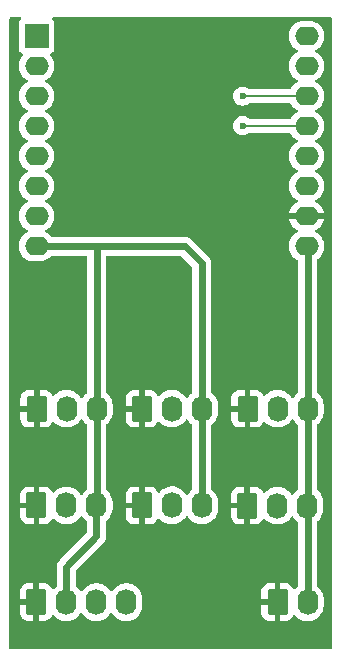
<source format=gbl>
G04 #@! TF.GenerationSoftware,KiCad,Pcbnew,8.0.4*
G04 #@! TF.CreationDate,2024-07-25T20:39:47+02:00*
G04 #@! TF.ProjectId,hmmctrl,686d6d63-7472-46c2-9e6b-696361645f70,rev?*
G04 #@! TF.SameCoordinates,Original*
G04 #@! TF.FileFunction,Copper,L2,Bot*
G04 #@! TF.FilePolarity,Positive*
%FSLAX46Y46*%
G04 Gerber Fmt 4.6, Leading zero omitted, Abs format (unit mm)*
G04 Created by KiCad (PCBNEW 8.0.4) date 2024-07-25 20:39:47*
%MOMM*%
%LPD*%
G01*
G04 APERTURE LIST*
G04 Aperture macros list*
%AMRoundRect*
0 Rectangle with rounded corners*
0 $1 Rounding radius*
0 $2 $3 $4 $5 $6 $7 $8 $9 X,Y pos of 4 corners*
0 Add a 4 corners polygon primitive as box body*
4,1,4,$2,$3,$4,$5,$6,$7,$8,$9,$2,$3,0*
0 Add four circle primitives for the rounded corners*
1,1,$1+$1,$2,$3*
1,1,$1+$1,$4,$5*
1,1,$1+$1,$6,$7*
1,1,$1+$1,$8,$9*
0 Add four rect primitives between the rounded corners*
20,1,$1+$1,$2,$3,$4,$5,0*
20,1,$1+$1,$4,$5,$6,$7,0*
20,1,$1+$1,$6,$7,$8,$9,0*
20,1,$1+$1,$8,$9,$2,$3,0*%
G04 Aperture macros list end*
G04 #@! TA.AperFunction,ComponentPad*
%ADD10RoundRect,0.250000X-0.620000X-0.845000X0.620000X-0.845000X0.620000X0.845000X-0.620000X0.845000X0*%
G04 #@! TD*
G04 #@! TA.AperFunction,ComponentPad*
%ADD11O,1.740000X2.190000*%
G04 #@! TD*
G04 #@! TA.AperFunction,ComponentPad*
%ADD12R,2.000000X2.000000*%
G04 #@! TD*
G04 #@! TA.AperFunction,ComponentPad*
%ADD13O,2.000000X1.600000*%
G04 #@! TD*
G04 #@! TA.AperFunction,ViaPad*
%ADD14C,0.600000*%
G04 #@! TD*
G04 #@! TA.AperFunction,Conductor*
%ADD15C,0.200000*%
G04 #@! TD*
G04 #@! TA.AperFunction,Conductor*
%ADD16C,0.600000*%
G04 #@! TD*
G04 APERTURE END LIST*
D10*
X90730000Y-86230000D03*
D11*
X93270000Y-86230000D03*
X95810000Y-86230000D03*
X98350000Y-86230000D03*
D10*
X90760000Y-69850000D03*
D11*
X93300000Y-69850000D03*
X95840000Y-69850000D03*
D10*
X99675000Y-78050000D03*
D11*
X102215000Y-78050000D03*
X104755000Y-78050000D03*
X95830000Y-78050000D03*
X93290000Y-78050000D03*
D10*
X90750000Y-78050000D03*
X108620000Y-69850000D03*
D11*
X111160000Y-69850000D03*
X113700000Y-69850000D03*
D10*
X99670000Y-69850000D03*
D11*
X102210000Y-69850000D03*
X104750000Y-69850000D03*
D10*
X111160000Y-86230000D03*
D11*
X113700000Y-86230000D03*
D10*
X108600000Y-78055000D03*
D11*
X111140000Y-78055000D03*
X113680000Y-78055000D03*
D12*
X90755000Y-38310000D03*
D13*
X90755000Y-40850000D03*
X90755000Y-43390000D03*
X90755000Y-45930000D03*
X90755000Y-48470000D03*
X90755000Y-51010000D03*
X90755000Y-53550000D03*
X90755000Y-56090000D03*
X113615000Y-56090000D03*
X113615000Y-53550000D03*
X113615000Y-51010000D03*
X113615000Y-48470000D03*
X113615000Y-45930000D03*
X113615000Y-43390000D03*
X113615000Y-40850000D03*
X113615000Y-38310000D03*
D14*
X108200000Y-43400000D03*
X108200000Y-45900000D03*
D15*
X108200000Y-43400000D02*
X113605000Y-43400000D01*
X113605000Y-43400000D02*
X113615000Y-43390000D01*
X108200000Y-45900000D02*
X113585000Y-45900000D01*
X113585000Y-45900000D02*
X113615000Y-45930000D01*
D16*
X95830000Y-78050000D02*
X95830000Y-80670000D01*
X95830000Y-80670000D02*
X93270000Y-83230000D01*
X93270000Y-83230000D02*
X93270000Y-86230000D01*
X104750000Y-69850000D02*
X104750000Y-69950000D01*
X104750000Y-69950000D02*
X104755000Y-69955000D01*
X104755000Y-69955000D02*
X104755000Y-78050000D01*
X95840000Y-69850000D02*
X95840000Y-78040000D01*
X95840000Y-78040000D02*
X95830000Y-78050000D01*
X90755000Y-56090000D02*
X95900000Y-56090000D01*
X95900000Y-56090000D02*
X103290000Y-56090000D01*
X95840000Y-69850000D02*
X95840000Y-56150000D01*
X95840000Y-56150000D02*
X95900000Y-56090000D01*
X103290000Y-56090000D02*
X104750000Y-57550000D01*
X104750000Y-57550000D02*
X104750000Y-69850000D01*
X113700000Y-86230000D02*
X113700000Y-56175000D01*
D15*
X113700000Y-56175000D02*
X113615000Y-56090000D01*
X102360000Y-77700000D02*
X102360000Y-77110000D01*
X102360000Y-77110000D02*
X102250000Y-77000000D01*
G04 #@! TA.AperFunction,Conductor*
G36*
X89429171Y-36719685D02*
G01*
X89474926Y-36772489D01*
X89484870Y-36841647D01*
X89455845Y-36905203D01*
X89436444Y-36923266D01*
X89397452Y-36952455D01*
X89311206Y-37067664D01*
X89311202Y-37067671D01*
X89260908Y-37202517D01*
X89254501Y-37262116D01*
X89254501Y-37262123D01*
X89254500Y-37262135D01*
X89254500Y-39357870D01*
X89254501Y-39357876D01*
X89260908Y-39417483D01*
X89311202Y-39552328D01*
X89311206Y-39552335D01*
X89397452Y-39667544D01*
X89397455Y-39667547D01*
X89512664Y-39753793D01*
X89512673Y-39753798D01*
X89549914Y-39767688D01*
X89605848Y-39809559D01*
X89630266Y-39875023D01*
X89615415Y-39943296D01*
X89594265Y-39971550D01*
X89563027Y-40002787D01*
X89442715Y-40168386D01*
X89349781Y-40350776D01*
X89286522Y-40545465D01*
X89254500Y-40747648D01*
X89254500Y-40952351D01*
X89286522Y-41154534D01*
X89349781Y-41349223D01*
X89442715Y-41531613D01*
X89563028Y-41697213D01*
X89707786Y-41841971D01*
X89862749Y-41954556D01*
X89873390Y-41962287D01*
X89964840Y-42008883D01*
X89966080Y-42009515D01*
X90016876Y-42057490D01*
X90033671Y-42125311D01*
X90011134Y-42191446D01*
X89966080Y-42230485D01*
X89873386Y-42277715D01*
X89707786Y-42398028D01*
X89563028Y-42542786D01*
X89442715Y-42708386D01*
X89349781Y-42890776D01*
X89286522Y-43085465D01*
X89254500Y-43287648D01*
X89254500Y-43492351D01*
X89286522Y-43694534D01*
X89349781Y-43889223D01*
X89442715Y-44071613D01*
X89563028Y-44237213D01*
X89707786Y-44381971D01*
X89862749Y-44494556D01*
X89873390Y-44502287D01*
X89964840Y-44548883D01*
X89966080Y-44549515D01*
X90016876Y-44597490D01*
X90033671Y-44665311D01*
X90011134Y-44731446D01*
X89966080Y-44770485D01*
X89873386Y-44817715D01*
X89707786Y-44938028D01*
X89563028Y-45082786D01*
X89442716Y-45248385D01*
X89442714Y-45248387D01*
X89442713Y-45248390D01*
X89426701Y-45279815D01*
X89349781Y-45430776D01*
X89286522Y-45625465D01*
X89254500Y-45827648D01*
X89254500Y-46032351D01*
X89286522Y-46234534D01*
X89349781Y-46429223D01*
X89442715Y-46611613D01*
X89563028Y-46777213D01*
X89707786Y-46921971D01*
X89862749Y-47034556D01*
X89873390Y-47042287D01*
X89964840Y-47088883D01*
X89966080Y-47089515D01*
X90016876Y-47137490D01*
X90033671Y-47205311D01*
X90011134Y-47271446D01*
X89966080Y-47310485D01*
X89873386Y-47357715D01*
X89707786Y-47478028D01*
X89563028Y-47622786D01*
X89442715Y-47788386D01*
X89349781Y-47970776D01*
X89286522Y-48165465D01*
X89254500Y-48367648D01*
X89254500Y-48572351D01*
X89286522Y-48774534D01*
X89349781Y-48969223D01*
X89442715Y-49151613D01*
X89563028Y-49317213D01*
X89707786Y-49461971D01*
X89862749Y-49574556D01*
X89873390Y-49582287D01*
X89964840Y-49628883D01*
X89966080Y-49629515D01*
X90016876Y-49677490D01*
X90033671Y-49745311D01*
X90011134Y-49811446D01*
X89966080Y-49850485D01*
X89873386Y-49897715D01*
X89707786Y-50018028D01*
X89563028Y-50162786D01*
X89442715Y-50328386D01*
X89349781Y-50510776D01*
X89286522Y-50705465D01*
X89254500Y-50907648D01*
X89254500Y-51112351D01*
X89286522Y-51314534D01*
X89349781Y-51509223D01*
X89442715Y-51691613D01*
X89563028Y-51857213D01*
X89707786Y-52001971D01*
X89862749Y-52114556D01*
X89873390Y-52122287D01*
X89964840Y-52168883D01*
X89966080Y-52169515D01*
X90016876Y-52217490D01*
X90033671Y-52285311D01*
X90011134Y-52351446D01*
X89966080Y-52390485D01*
X89873386Y-52437715D01*
X89707786Y-52558028D01*
X89563028Y-52702786D01*
X89442715Y-52868386D01*
X89349781Y-53050776D01*
X89286522Y-53245465D01*
X89254500Y-53447648D01*
X89254500Y-53652351D01*
X89286522Y-53854534D01*
X89349781Y-54049223D01*
X89442715Y-54231613D01*
X89563028Y-54397213D01*
X89707786Y-54541971D01*
X89862749Y-54654556D01*
X89873390Y-54662287D01*
X89964840Y-54708883D01*
X89966080Y-54709515D01*
X90016876Y-54757490D01*
X90033671Y-54825311D01*
X90011134Y-54891446D01*
X89966080Y-54930485D01*
X89873386Y-54977715D01*
X89707786Y-55098028D01*
X89563028Y-55242786D01*
X89442715Y-55408386D01*
X89349781Y-55590776D01*
X89286522Y-55785465D01*
X89254500Y-55987648D01*
X89254500Y-56192351D01*
X89286522Y-56394534D01*
X89349781Y-56589223D01*
X89442715Y-56771613D01*
X89563028Y-56937213D01*
X89707786Y-57081971D01*
X89862749Y-57194556D01*
X89873390Y-57202287D01*
X89971793Y-57252426D01*
X90055776Y-57295218D01*
X90055778Y-57295218D01*
X90055781Y-57295220D01*
X90121305Y-57316510D01*
X90250465Y-57358477D01*
X90351557Y-57374488D01*
X90452648Y-57390500D01*
X90452649Y-57390500D01*
X91057351Y-57390500D01*
X91057352Y-57390500D01*
X91259534Y-57358477D01*
X91454219Y-57295220D01*
X91636610Y-57202287D01*
X91729590Y-57134732D01*
X91802213Y-57081971D01*
X91802215Y-57081968D01*
X91802219Y-57081966D01*
X91946966Y-56937219D01*
X91946972Y-56937210D01*
X91949748Y-56933962D01*
X92008258Y-56895773D01*
X92044033Y-56890500D01*
X94915500Y-56890500D01*
X94982539Y-56910185D01*
X95028294Y-56962989D01*
X95039500Y-57014500D01*
X95039500Y-68449384D01*
X95019815Y-68516423D01*
X94988387Y-68549701D01*
X94947179Y-68579640D01*
X94794643Y-68732176D01*
X94794643Y-68732177D01*
X94794641Y-68732179D01*
X94777706Y-68755488D01*
X94670318Y-68903294D01*
X94614988Y-68945959D01*
X94545374Y-68951938D01*
X94483579Y-68919332D01*
X94469682Y-68903294D01*
X94432639Y-68852309D01*
X94345359Y-68732179D01*
X94192821Y-68579641D01*
X94018299Y-68452843D01*
X93826089Y-68354908D01*
X93620926Y-68288246D01*
X93620924Y-68288245D01*
X93620922Y-68288245D01*
X93407866Y-68254500D01*
X93407861Y-68254500D01*
X93192139Y-68254500D01*
X93192134Y-68254500D01*
X92979077Y-68288245D01*
X92773908Y-68354909D01*
X92581700Y-68452843D01*
X92407180Y-68579640D01*
X92264816Y-68722004D01*
X92203493Y-68755488D01*
X92133801Y-68750504D01*
X92077868Y-68708632D01*
X92064748Y-68686716D01*
X92064356Y-68685876D01*
X91972315Y-68536654D01*
X91848345Y-68412684D01*
X91699124Y-68320643D01*
X91699119Y-68320641D01*
X91532697Y-68265494D01*
X91532690Y-68265493D01*
X91429986Y-68255000D01*
X91010000Y-68255000D01*
X91010000Y-69307290D01*
X90989661Y-69295548D01*
X90838333Y-69255000D01*
X90681667Y-69255000D01*
X90530339Y-69295548D01*
X90510000Y-69307290D01*
X90510000Y-68255000D01*
X90090028Y-68255000D01*
X90090012Y-68255001D01*
X89987302Y-68265494D01*
X89820880Y-68320641D01*
X89820875Y-68320643D01*
X89671654Y-68412684D01*
X89547684Y-68536654D01*
X89455643Y-68685875D01*
X89455641Y-68685880D01*
X89400494Y-68852302D01*
X89400493Y-68852309D01*
X89390000Y-68955013D01*
X89390000Y-69600000D01*
X90217291Y-69600000D01*
X90205548Y-69620339D01*
X90165000Y-69771667D01*
X90165000Y-69928333D01*
X90205548Y-70079661D01*
X90217291Y-70100000D01*
X89390001Y-70100000D01*
X89390001Y-70744986D01*
X89400494Y-70847697D01*
X89455641Y-71014119D01*
X89455643Y-71014124D01*
X89547684Y-71163345D01*
X89671654Y-71287315D01*
X89820875Y-71379356D01*
X89820880Y-71379358D01*
X89987302Y-71434505D01*
X89987309Y-71434506D01*
X90090019Y-71444999D01*
X90509999Y-71444999D01*
X90510000Y-71444998D01*
X90510000Y-70392709D01*
X90530339Y-70404452D01*
X90681667Y-70445000D01*
X90838333Y-70445000D01*
X90989661Y-70404452D01*
X91010000Y-70392709D01*
X91010000Y-71444999D01*
X91429972Y-71444999D01*
X91429986Y-71444998D01*
X91532697Y-71434505D01*
X91699119Y-71379358D01*
X91699124Y-71379356D01*
X91848345Y-71287315D01*
X91972315Y-71163345D01*
X92064354Y-71014127D01*
X92064745Y-71013289D01*
X92065167Y-71012809D01*
X92068149Y-71007975D01*
X92068974Y-71008484D01*
X92110910Y-70960843D01*
X92178100Y-70941681D01*
X92244984Y-70961887D01*
X92264816Y-70977996D01*
X92407179Y-71120359D01*
X92581701Y-71247157D01*
X92773911Y-71345092D01*
X92979074Y-71411754D01*
X93058973Y-71424408D01*
X93192134Y-71445500D01*
X93192139Y-71445500D01*
X93407866Y-71445500D01*
X93526230Y-71426752D01*
X93620926Y-71411754D01*
X93826089Y-71345092D01*
X94018299Y-71247157D01*
X94192821Y-71120359D01*
X94345359Y-70967821D01*
X94469682Y-70796704D01*
X94525012Y-70754040D01*
X94594626Y-70748061D01*
X94656420Y-70780667D01*
X94670315Y-70796702D01*
X94794641Y-70967821D01*
X94947179Y-71120359D01*
X94988385Y-71150297D01*
X95031051Y-71205624D01*
X95039500Y-71250614D01*
X95039500Y-76642119D01*
X95019815Y-76709158D01*
X94988386Y-76742437D01*
X94937177Y-76779642D01*
X94784643Y-76932176D01*
X94784643Y-76932177D01*
X94784641Y-76932179D01*
X94707729Y-77038038D01*
X94660318Y-77103294D01*
X94604988Y-77145959D01*
X94535374Y-77151938D01*
X94473579Y-77119332D01*
X94459682Y-77103294D01*
X94437435Y-77072674D01*
X94335359Y-76932179D01*
X94182821Y-76779641D01*
X94008299Y-76652843D01*
X93816089Y-76554908D01*
X93610926Y-76488246D01*
X93610924Y-76488245D01*
X93610922Y-76488245D01*
X93397866Y-76454500D01*
X93397861Y-76454500D01*
X93182139Y-76454500D01*
X93182134Y-76454500D01*
X92969077Y-76488245D01*
X92763908Y-76554909D01*
X92571700Y-76652843D01*
X92397180Y-76779640D01*
X92254816Y-76922004D01*
X92193493Y-76955488D01*
X92123801Y-76950504D01*
X92067868Y-76908632D01*
X92054748Y-76886716D01*
X92054356Y-76885876D01*
X91962315Y-76736654D01*
X91838345Y-76612684D01*
X91689124Y-76520643D01*
X91689119Y-76520641D01*
X91522697Y-76465494D01*
X91522690Y-76465493D01*
X91419986Y-76455000D01*
X91000000Y-76455000D01*
X91000000Y-77507290D01*
X90979661Y-77495548D01*
X90828333Y-77455000D01*
X90671667Y-77455000D01*
X90520339Y-77495548D01*
X90500000Y-77507290D01*
X90500000Y-76455000D01*
X90080028Y-76455000D01*
X90080012Y-76455001D01*
X89977302Y-76465494D01*
X89810880Y-76520641D01*
X89810875Y-76520643D01*
X89661654Y-76612684D01*
X89537684Y-76736654D01*
X89445643Y-76885875D01*
X89445641Y-76885880D01*
X89390494Y-77052302D01*
X89390493Y-77052309D01*
X89380000Y-77155013D01*
X89380000Y-77800000D01*
X90207291Y-77800000D01*
X90195548Y-77820339D01*
X90155000Y-77971667D01*
X90155000Y-78128333D01*
X90195548Y-78279661D01*
X90207291Y-78300000D01*
X89380001Y-78300000D01*
X89380001Y-78944986D01*
X89390494Y-79047697D01*
X89445641Y-79214119D01*
X89445643Y-79214124D01*
X89537684Y-79363345D01*
X89661654Y-79487315D01*
X89810875Y-79579356D01*
X89810880Y-79579358D01*
X89977302Y-79634505D01*
X89977309Y-79634506D01*
X90080019Y-79644999D01*
X90499999Y-79644999D01*
X90500000Y-79644998D01*
X90500000Y-78592709D01*
X90520339Y-78604452D01*
X90671667Y-78645000D01*
X90828333Y-78645000D01*
X90979661Y-78604452D01*
X91000000Y-78592709D01*
X91000000Y-79644999D01*
X91419972Y-79644999D01*
X91419986Y-79644998D01*
X91522697Y-79634505D01*
X91689119Y-79579358D01*
X91689124Y-79579356D01*
X91838345Y-79487315D01*
X91962315Y-79363345D01*
X92054354Y-79214127D01*
X92054745Y-79213289D01*
X92055167Y-79212809D01*
X92058149Y-79207975D01*
X92058974Y-79208484D01*
X92100910Y-79160843D01*
X92168100Y-79141681D01*
X92234984Y-79161887D01*
X92254816Y-79177996D01*
X92397179Y-79320359D01*
X92571701Y-79447157D01*
X92763911Y-79545092D01*
X92969074Y-79611754D01*
X93048973Y-79624408D01*
X93182134Y-79645500D01*
X93182139Y-79645500D01*
X93397866Y-79645500D01*
X93516230Y-79626752D01*
X93610926Y-79611754D01*
X93816089Y-79545092D01*
X94008299Y-79447157D01*
X94182821Y-79320359D01*
X94335359Y-79167821D01*
X94459682Y-78996704D01*
X94515012Y-78954040D01*
X94584626Y-78948061D01*
X94646420Y-78980667D01*
X94660315Y-78996702D01*
X94784641Y-79167821D01*
X94937179Y-79320359D01*
X94978385Y-79350297D01*
X95021051Y-79405624D01*
X95029500Y-79450614D01*
X95029500Y-80287060D01*
X95009815Y-80354099D01*
X94993181Y-80374741D01*
X92759711Y-82608211D01*
X92703960Y-82663962D01*
X92648209Y-82719712D01*
X92560609Y-82850814D01*
X92560602Y-82850827D01*
X92500264Y-82996498D01*
X92500261Y-82996510D01*
X92469500Y-83151153D01*
X92469500Y-84829384D01*
X92449815Y-84896423D01*
X92418387Y-84929701D01*
X92377181Y-84959639D01*
X92234816Y-85102004D01*
X92173493Y-85135488D01*
X92103801Y-85130504D01*
X92047868Y-85088632D01*
X92034748Y-85066716D01*
X92034356Y-85065876D01*
X91942315Y-84916654D01*
X91818345Y-84792684D01*
X91669124Y-84700643D01*
X91669119Y-84700641D01*
X91502697Y-84645494D01*
X91502690Y-84645493D01*
X91399986Y-84635000D01*
X90980000Y-84635000D01*
X90980000Y-85687290D01*
X90959661Y-85675548D01*
X90808333Y-85635000D01*
X90651667Y-85635000D01*
X90500339Y-85675548D01*
X90480000Y-85687290D01*
X90480000Y-84635000D01*
X90060028Y-84635000D01*
X90060012Y-84635001D01*
X89957302Y-84645494D01*
X89790880Y-84700641D01*
X89790875Y-84700643D01*
X89641654Y-84792684D01*
X89517684Y-84916654D01*
X89425643Y-85065875D01*
X89425641Y-85065880D01*
X89370494Y-85232302D01*
X89370493Y-85232309D01*
X89360000Y-85335013D01*
X89360000Y-85980000D01*
X90187291Y-85980000D01*
X90175548Y-86000339D01*
X90135000Y-86151667D01*
X90135000Y-86308333D01*
X90175548Y-86459661D01*
X90187291Y-86480000D01*
X89360001Y-86480000D01*
X89360001Y-87124986D01*
X89370494Y-87227697D01*
X89425641Y-87394119D01*
X89425643Y-87394124D01*
X89517684Y-87543345D01*
X89641654Y-87667315D01*
X89790875Y-87759356D01*
X89790880Y-87759358D01*
X89957302Y-87814505D01*
X89957309Y-87814506D01*
X90060019Y-87824999D01*
X90479999Y-87824999D01*
X90480000Y-87824998D01*
X90480000Y-86772709D01*
X90500339Y-86784452D01*
X90651667Y-86825000D01*
X90808333Y-86825000D01*
X90959661Y-86784452D01*
X90980000Y-86772709D01*
X90980000Y-87824999D01*
X91399972Y-87824999D01*
X91399986Y-87824998D01*
X91502697Y-87814505D01*
X91669119Y-87759358D01*
X91669124Y-87759356D01*
X91818345Y-87667315D01*
X91942315Y-87543345D01*
X92034354Y-87394127D01*
X92034745Y-87393289D01*
X92035167Y-87392809D01*
X92038149Y-87387975D01*
X92038974Y-87388484D01*
X92080910Y-87340843D01*
X92148100Y-87321681D01*
X92214984Y-87341887D01*
X92234816Y-87357996D01*
X92377179Y-87500359D01*
X92551701Y-87627157D01*
X92743911Y-87725092D01*
X92949074Y-87791754D01*
X93028973Y-87804408D01*
X93162134Y-87825500D01*
X93162139Y-87825500D01*
X93377866Y-87825500D01*
X93496230Y-87806752D01*
X93590926Y-87791754D01*
X93796089Y-87725092D01*
X93988299Y-87627157D01*
X94162821Y-87500359D01*
X94315359Y-87347821D01*
X94439682Y-87176704D01*
X94495012Y-87134040D01*
X94564626Y-87128061D01*
X94626420Y-87160667D01*
X94640315Y-87176702D01*
X94764641Y-87347821D01*
X94917179Y-87500359D01*
X95091701Y-87627157D01*
X95283911Y-87725092D01*
X95489074Y-87791754D01*
X95568973Y-87804408D01*
X95702134Y-87825500D01*
X95702139Y-87825500D01*
X95917866Y-87825500D01*
X96036230Y-87806752D01*
X96130926Y-87791754D01*
X96336089Y-87725092D01*
X96528299Y-87627157D01*
X96702821Y-87500359D01*
X96855359Y-87347821D01*
X96979682Y-87176704D01*
X97035012Y-87134040D01*
X97104626Y-87128061D01*
X97166420Y-87160667D01*
X97180315Y-87176702D01*
X97304641Y-87347821D01*
X97457179Y-87500359D01*
X97631701Y-87627157D01*
X97823911Y-87725092D01*
X98029074Y-87791754D01*
X98108973Y-87804408D01*
X98242134Y-87825500D01*
X98242139Y-87825500D01*
X98457866Y-87825500D01*
X98576230Y-87806752D01*
X98670926Y-87791754D01*
X98876089Y-87725092D01*
X99068299Y-87627157D01*
X99242821Y-87500359D01*
X99395359Y-87347821D01*
X99522157Y-87173299D01*
X99620092Y-86981089D01*
X99686754Y-86775926D01*
X99701752Y-86681230D01*
X99720500Y-86562866D01*
X99720500Y-85897133D01*
X99686754Y-85684077D01*
X99686754Y-85684074D01*
X99620092Y-85478911D01*
X99522157Y-85286701D01*
X99395359Y-85112179D01*
X99242821Y-84959641D01*
X99068299Y-84832843D01*
X98876089Y-84734908D01*
X98670926Y-84668246D01*
X98670924Y-84668245D01*
X98670922Y-84668245D01*
X98457866Y-84634500D01*
X98457861Y-84634500D01*
X98242139Y-84634500D01*
X98242134Y-84634500D01*
X98029077Y-84668245D01*
X97823908Y-84734909D01*
X97631700Y-84832843D01*
X97574544Y-84874370D01*
X97457179Y-84959641D01*
X97457177Y-84959643D01*
X97457176Y-84959643D01*
X97304643Y-85112176D01*
X97304643Y-85112177D01*
X97304641Y-85112179D01*
X97287706Y-85135488D01*
X97180318Y-85283294D01*
X97124988Y-85325959D01*
X97055374Y-85331938D01*
X96993579Y-85299332D01*
X96979682Y-85283294D01*
X96942639Y-85232309D01*
X96855359Y-85112179D01*
X96702821Y-84959641D01*
X96528299Y-84832843D01*
X96336089Y-84734908D01*
X96130926Y-84668246D01*
X96130924Y-84668245D01*
X96130922Y-84668245D01*
X95917866Y-84634500D01*
X95917861Y-84634500D01*
X95702139Y-84634500D01*
X95702134Y-84634500D01*
X95489077Y-84668245D01*
X95283908Y-84734909D01*
X95091700Y-84832843D01*
X95034544Y-84874370D01*
X94917179Y-84959641D01*
X94917177Y-84959643D01*
X94917176Y-84959643D01*
X94764643Y-85112176D01*
X94764643Y-85112177D01*
X94764641Y-85112179D01*
X94747706Y-85135488D01*
X94640318Y-85283294D01*
X94584988Y-85325959D01*
X94515374Y-85331938D01*
X94453579Y-85299332D01*
X94439682Y-85283294D01*
X94402639Y-85232309D01*
X94315359Y-85112179D01*
X94162821Y-84959641D01*
X94162818Y-84959639D01*
X94121613Y-84929701D01*
X94078948Y-84874370D01*
X94070500Y-84829384D01*
X94070500Y-83612940D01*
X94090185Y-83545901D01*
X94106819Y-83525259D01*
X96451786Y-81180292D01*
X96451789Y-81180289D01*
X96539394Y-81049179D01*
X96599738Y-80903497D01*
X96630500Y-80748842D01*
X96630500Y-80591157D01*
X96630500Y-79450614D01*
X96650185Y-79383575D01*
X96681612Y-79350298D01*
X96722821Y-79320359D01*
X96875359Y-79167821D01*
X97002157Y-78993299D01*
X97100092Y-78801089D01*
X97166754Y-78595926D01*
X97181752Y-78501230D01*
X97200500Y-78382866D01*
X97200500Y-77717133D01*
X97167546Y-77509077D01*
X97166754Y-77504074D01*
X97100092Y-77298911D01*
X97002157Y-77106701D01*
X96875359Y-76932179D01*
X96722821Y-76779641D01*
X96708493Y-76769231D01*
X96691614Y-76756967D01*
X96648948Y-76701637D01*
X96640500Y-76656650D01*
X96640500Y-71250614D01*
X96660185Y-71183575D01*
X96691612Y-71150298D01*
X96732821Y-71120359D01*
X96885359Y-70967821D01*
X97012157Y-70793299D01*
X97110092Y-70601089D01*
X97176754Y-70395926D01*
X97191752Y-70301230D01*
X97210500Y-70182866D01*
X97210500Y-69517133D01*
X97176754Y-69304077D01*
X97176754Y-69304074D01*
X97110092Y-69098911D01*
X97012157Y-68906701D01*
X96885359Y-68732179D01*
X96732821Y-68579641D01*
X96691613Y-68549701D01*
X96648948Y-68494370D01*
X96640500Y-68449384D01*
X96640500Y-57014500D01*
X96660185Y-56947461D01*
X96712989Y-56901706D01*
X96764500Y-56890500D01*
X102907060Y-56890500D01*
X102974099Y-56910185D01*
X102994741Y-56926819D01*
X103913181Y-57845259D01*
X103946666Y-57906582D01*
X103949500Y-57932940D01*
X103949500Y-68449384D01*
X103929815Y-68516423D01*
X103898387Y-68549701D01*
X103857179Y-68579640D01*
X103704643Y-68732176D01*
X103704643Y-68732177D01*
X103704641Y-68732179D01*
X103687706Y-68755488D01*
X103580318Y-68903294D01*
X103524988Y-68945959D01*
X103455374Y-68951938D01*
X103393579Y-68919332D01*
X103379682Y-68903294D01*
X103342639Y-68852309D01*
X103255359Y-68732179D01*
X103102821Y-68579641D01*
X102928299Y-68452843D01*
X102736089Y-68354908D01*
X102530926Y-68288246D01*
X102530924Y-68288245D01*
X102530922Y-68288245D01*
X102317866Y-68254500D01*
X102317861Y-68254500D01*
X102102139Y-68254500D01*
X102102134Y-68254500D01*
X101889077Y-68288245D01*
X101683908Y-68354909D01*
X101491700Y-68452843D01*
X101317180Y-68579640D01*
X101174816Y-68722004D01*
X101113493Y-68755488D01*
X101043801Y-68750504D01*
X100987868Y-68708632D01*
X100974748Y-68686716D01*
X100974356Y-68685876D01*
X100882315Y-68536654D01*
X100758345Y-68412684D01*
X100609124Y-68320643D01*
X100609119Y-68320641D01*
X100442697Y-68265494D01*
X100442690Y-68265493D01*
X100339986Y-68255000D01*
X99920000Y-68255000D01*
X99920000Y-69307290D01*
X99899661Y-69295548D01*
X99748333Y-69255000D01*
X99591667Y-69255000D01*
X99440339Y-69295548D01*
X99420000Y-69307290D01*
X99420000Y-68255000D01*
X99000028Y-68255000D01*
X99000012Y-68255001D01*
X98897302Y-68265494D01*
X98730880Y-68320641D01*
X98730875Y-68320643D01*
X98581654Y-68412684D01*
X98457684Y-68536654D01*
X98365643Y-68685875D01*
X98365641Y-68685880D01*
X98310494Y-68852302D01*
X98310493Y-68852309D01*
X98300000Y-68955013D01*
X98300000Y-69600000D01*
X99127291Y-69600000D01*
X99115548Y-69620339D01*
X99075000Y-69771667D01*
X99075000Y-69928333D01*
X99115548Y-70079661D01*
X99127291Y-70100000D01*
X98300001Y-70100000D01*
X98300001Y-70744986D01*
X98310494Y-70847697D01*
X98365641Y-71014119D01*
X98365643Y-71014124D01*
X98457684Y-71163345D01*
X98581654Y-71287315D01*
X98730875Y-71379356D01*
X98730880Y-71379358D01*
X98897302Y-71434505D01*
X98897309Y-71434506D01*
X99000019Y-71444999D01*
X99419999Y-71444999D01*
X99420000Y-71444998D01*
X99420000Y-70392709D01*
X99440339Y-70404452D01*
X99591667Y-70445000D01*
X99748333Y-70445000D01*
X99899661Y-70404452D01*
X99920000Y-70392709D01*
X99920000Y-71444999D01*
X100339972Y-71444999D01*
X100339986Y-71444998D01*
X100442697Y-71434505D01*
X100609119Y-71379358D01*
X100609124Y-71379356D01*
X100758345Y-71287315D01*
X100882315Y-71163345D01*
X100974354Y-71014127D01*
X100974745Y-71013289D01*
X100975167Y-71012809D01*
X100978149Y-71007975D01*
X100978974Y-71008484D01*
X101020910Y-70960843D01*
X101088100Y-70941681D01*
X101154984Y-70961887D01*
X101174816Y-70977996D01*
X101317179Y-71120359D01*
X101491701Y-71247157D01*
X101683911Y-71345092D01*
X101889074Y-71411754D01*
X101968973Y-71424408D01*
X102102134Y-71445500D01*
X102102139Y-71445500D01*
X102317866Y-71445500D01*
X102436230Y-71426752D01*
X102530926Y-71411754D01*
X102736089Y-71345092D01*
X102928299Y-71247157D01*
X103102821Y-71120359D01*
X103255359Y-70967821D01*
X103379682Y-70796704D01*
X103435012Y-70754040D01*
X103504626Y-70748061D01*
X103566420Y-70780667D01*
X103580315Y-70796702D01*
X103704641Y-70967821D01*
X103857179Y-71120359D01*
X103903387Y-71153931D01*
X103946051Y-71209258D01*
X103954500Y-71254247D01*
X103954500Y-76649384D01*
X103934815Y-76716423D01*
X103903387Y-76749701D01*
X103862179Y-76779640D01*
X103709643Y-76932176D01*
X103709643Y-76932177D01*
X103709641Y-76932179D01*
X103632729Y-77038038D01*
X103585318Y-77103294D01*
X103529988Y-77145959D01*
X103460374Y-77151938D01*
X103398579Y-77119332D01*
X103384682Y-77103294D01*
X103362435Y-77072674D01*
X103260359Y-76932179D01*
X103107821Y-76779641D01*
X102933299Y-76652843D01*
X102912252Y-76642119D01*
X102741089Y-76554907D01*
X102613936Y-76513591D01*
X102590256Y-76503048D01*
X102481788Y-76440424D01*
X102481789Y-76440424D01*
X102469263Y-76437067D01*
X102329057Y-76399499D01*
X102170943Y-76399499D01*
X102079306Y-76424053D01*
X102018213Y-76440423D01*
X102018210Y-76440425D01*
X101970900Y-76467739D01*
X101928302Y-76482824D01*
X101894076Y-76488245D01*
X101688908Y-76554909D01*
X101496700Y-76652843D01*
X101322180Y-76779640D01*
X101179816Y-76922004D01*
X101118493Y-76955488D01*
X101048801Y-76950504D01*
X100992868Y-76908632D01*
X100979748Y-76886716D01*
X100979356Y-76885876D01*
X100887315Y-76736654D01*
X100763345Y-76612684D01*
X100614124Y-76520643D01*
X100614119Y-76520641D01*
X100447697Y-76465494D01*
X100447690Y-76465493D01*
X100344986Y-76455000D01*
X99925000Y-76455000D01*
X99925000Y-77507290D01*
X99904661Y-77495548D01*
X99753333Y-77455000D01*
X99596667Y-77455000D01*
X99445339Y-77495548D01*
X99425000Y-77507290D01*
X99425000Y-76455000D01*
X99005028Y-76455000D01*
X99005012Y-76455001D01*
X98902302Y-76465494D01*
X98735880Y-76520641D01*
X98735875Y-76520643D01*
X98586654Y-76612684D01*
X98462684Y-76736654D01*
X98370643Y-76885875D01*
X98370641Y-76885880D01*
X98315494Y-77052302D01*
X98315493Y-77052309D01*
X98305000Y-77155013D01*
X98305000Y-77800000D01*
X99132291Y-77800000D01*
X99120548Y-77820339D01*
X99080000Y-77971667D01*
X99080000Y-78128333D01*
X99120548Y-78279661D01*
X99132291Y-78300000D01*
X98305001Y-78300000D01*
X98305001Y-78944986D01*
X98315494Y-79047697D01*
X98370641Y-79214119D01*
X98370643Y-79214124D01*
X98462684Y-79363345D01*
X98586654Y-79487315D01*
X98735875Y-79579356D01*
X98735880Y-79579358D01*
X98902302Y-79634505D01*
X98902309Y-79634506D01*
X99005019Y-79644999D01*
X99424999Y-79644999D01*
X99425000Y-79644998D01*
X99425000Y-78592709D01*
X99445339Y-78604452D01*
X99596667Y-78645000D01*
X99753333Y-78645000D01*
X99904661Y-78604452D01*
X99925000Y-78592709D01*
X99925000Y-79644999D01*
X100344972Y-79644999D01*
X100344986Y-79644998D01*
X100447697Y-79634505D01*
X100614119Y-79579358D01*
X100614124Y-79579356D01*
X100763345Y-79487315D01*
X100887315Y-79363345D01*
X100979354Y-79214127D01*
X100979745Y-79213289D01*
X100980167Y-79212809D01*
X100983149Y-79207975D01*
X100983974Y-79208484D01*
X101025910Y-79160843D01*
X101093100Y-79141681D01*
X101159984Y-79161887D01*
X101179816Y-79177996D01*
X101322179Y-79320359D01*
X101496701Y-79447157D01*
X101688911Y-79545092D01*
X101894074Y-79611754D01*
X101973973Y-79624408D01*
X102107134Y-79645500D01*
X102107139Y-79645500D01*
X102322866Y-79645500D01*
X102441230Y-79626752D01*
X102535926Y-79611754D01*
X102741089Y-79545092D01*
X102933299Y-79447157D01*
X103107821Y-79320359D01*
X103260359Y-79167821D01*
X103384682Y-78996704D01*
X103440012Y-78954040D01*
X103509626Y-78948061D01*
X103571420Y-78980667D01*
X103585315Y-78996702D01*
X103709641Y-79167821D01*
X103862179Y-79320359D01*
X104036701Y-79447157D01*
X104228911Y-79545092D01*
X104434074Y-79611754D01*
X104513973Y-79624408D01*
X104647134Y-79645500D01*
X104647139Y-79645500D01*
X104862866Y-79645500D01*
X104981230Y-79626752D01*
X105075926Y-79611754D01*
X105281089Y-79545092D01*
X105473299Y-79447157D01*
X105647821Y-79320359D01*
X105800359Y-79167821D01*
X105927157Y-78993299D01*
X106025092Y-78801089D01*
X106091754Y-78595926D01*
X106106752Y-78501230D01*
X106125500Y-78382866D01*
X106125500Y-77717133D01*
X106092546Y-77509077D01*
X106091754Y-77504074D01*
X106025092Y-77298911D01*
X105954321Y-77160013D01*
X107230000Y-77160013D01*
X107230000Y-77805000D01*
X108057291Y-77805000D01*
X108045548Y-77825339D01*
X108005000Y-77976667D01*
X108005000Y-78133333D01*
X108045548Y-78284661D01*
X108057291Y-78305000D01*
X107230001Y-78305000D01*
X107230001Y-78949986D01*
X107240494Y-79052697D01*
X107295641Y-79219119D01*
X107295643Y-79219124D01*
X107387684Y-79368345D01*
X107511654Y-79492315D01*
X107660875Y-79584356D01*
X107660880Y-79584358D01*
X107827302Y-79639505D01*
X107827309Y-79639506D01*
X107930019Y-79649999D01*
X108349999Y-79649999D01*
X108350000Y-79649998D01*
X108350000Y-78597709D01*
X108370339Y-78609452D01*
X108521667Y-78650000D01*
X108678333Y-78650000D01*
X108829661Y-78609452D01*
X108850000Y-78597709D01*
X108850000Y-79649999D01*
X109269972Y-79649999D01*
X109269986Y-79649998D01*
X109372697Y-79639505D01*
X109539119Y-79584358D01*
X109539124Y-79584356D01*
X109688345Y-79492315D01*
X109812315Y-79368345D01*
X109904354Y-79219127D01*
X109904745Y-79218289D01*
X109905167Y-79217809D01*
X109908149Y-79212975D01*
X109908974Y-79213484D01*
X109950910Y-79165843D01*
X110018100Y-79146681D01*
X110084984Y-79166887D01*
X110104816Y-79182996D01*
X110247179Y-79325359D01*
X110421701Y-79452157D01*
X110613911Y-79550092D01*
X110819074Y-79616754D01*
X110898973Y-79629408D01*
X111032134Y-79650500D01*
X111032139Y-79650500D01*
X111247866Y-79650500D01*
X111366230Y-79631752D01*
X111460926Y-79616754D01*
X111666089Y-79550092D01*
X111858299Y-79452157D01*
X112032821Y-79325359D01*
X112185359Y-79172821D01*
X112309682Y-79001704D01*
X112365012Y-78959040D01*
X112434626Y-78953061D01*
X112496420Y-78985667D01*
X112510315Y-79001702D01*
X112634641Y-79172821D01*
X112787179Y-79325359D01*
X112848388Y-79369830D01*
X112891051Y-79425156D01*
X112899500Y-79470145D01*
X112899500Y-84829384D01*
X112879815Y-84896423D01*
X112848387Y-84929701D01*
X112807181Y-84959639D01*
X112664816Y-85102004D01*
X112603493Y-85135488D01*
X112533801Y-85130504D01*
X112477868Y-85088632D01*
X112464748Y-85066716D01*
X112464356Y-85065876D01*
X112372315Y-84916654D01*
X112248345Y-84792684D01*
X112099124Y-84700643D01*
X112099119Y-84700641D01*
X111932697Y-84645494D01*
X111932690Y-84645493D01*
X111829986Y-84635000D01*
X111410000Y-84635000D01*
X111410000Y-85687290D01*
X111389661Y-85675548D01*
X111238333Y-85635000D01*
X111081667Y-85635000D01*
X110930339Y-85675548D01*
X110910000Y-85687290D01*
X110910000Y-84635000D01*
X110490028Y-84635000D01*
X110490012Y-84635001D01*
X110387302Y-84645494D01*
X110220880Y-84700641D01*
X110220875Y-84700643D01*
X110071654Y-84792684D01*
X109947684Y-84916654D01*
X109855643Y-85065875D01*
X109855641Y-85065880D01*
X109800494Y-85232302D01*
X109800493Y-85232309D01*
X109790000Y-85335013D01*
X109790000Y-85980000D01*
X110617291Y-85980000D01*
X110605548Y-86000339D01*
X110565000Y-86151667D01*
X110565000Y-86308333D01*
X110605548Y-86459661D01*
X110617291Y-86480000D01*
X109790001Y-86480000D01*
X109790001Y-87124986D01*
X109800494Y-87227697D01*
X109855641Y-87394119D01*
X109855643Y-87394124D01*
X109947684Y-87543345D01*
X110071654Y-87667315D01*
X110220875Y-87759356D01*
X110220880Y-87759358D01*
X110387302Y-87814505D01*
X110387309Y-87814506D01*
X110490019Y-87824999D01*
X110909999Y-87824999D01*
X110910000Y-87824998D01*
X110910000Y-86772709D01*
X110930339Y-86784452D01*
X111081667Y-86825000D01*
X111238333Y-86825000D01*
X111389661Y-86784452D01*
X111410000Y-86772709D01*
X111410000Y-87824999D01*
X111829972Y-87824999D01*
X111829986Y-87824998D01*
X111932697Y-87814505D01*
X112099119Y-87759358D01*
X112099124Y-87759356D01*
X112248345Y-87667315D01*
X112372315Y-87543345D01*
X112464354Y-87394127D01*
X112464745Y-87393289D01*
X112465167Y-87392809D01*
X112468149Y-87387975D01*
X112468974Y-87388484D01*
X112510910Y-87340843D01*
X112578100Y-87321681D01*
X112644984Y-87341887D01*
X112664816Y-87357996D01*
X112807179Y-87500359D01*
X112981701Y-87627157D01*
X113173911Y-87725092D01*
X113379074Y-87791754D01*
X113458973Y-87804408D01*
X113592134Y-87825500D01*
X113592139Y-87825500D01*
X113807866Y-87825500D01*
X113926230Y-87806752D01*
X114020926Y-87791754D01*
X114226089Y-87725092D01*
X114418299Y-87627157D01*
X114592821Y-87500359D01*
X114745359Y-87347821D01*
X114872157Y-87173299D01*
X114970092Y-86981089D01*
X115036754Y-86775926D01*
X115051752Y-86681230D01*
X115070500Y-86562866D01*
X115070500Y-85897133D01*
X115036754Y-85684077D01*
X115036754Y-85684074D01*
X114970092Y-85478911D01*
X114872157Y-85286701D01*
X114745359Y-85112179D01*
X114592821Y-84959641D01*
X114592818Y-84959639D01*
X114551613Y-84929701D01*
X114508948Y-84874370D01*
X114500500Y-84829384D01*
X114500500Y-79441084D01*
X114520185Y-79374045D01*
X114551615Y-79340765D01*
X114572821Y-79325359D01*
X114725359Y-79172821D01*
X114852157Y-78998299D01*
X114950092Y-78806089D01*
X115016754Y-78600926D01*
X115031752Y-78506230D01*
X115050500Y-78387866D01*
X115050500Y-77722133D01*
X115027810Y-77578882D01*
X115016754Y-77509074D01*
X114950092Y-77303911D01*
X114852157Y-77111701D01*
X114725359Y-76937179D01*
X114572821Y-76784641D01*
X114565941Y-76779642D01*
X114551612Y-76769231D01*
X114508948Y-76713900D01*
X114500500Y-76668915D01*
X114500500Y-71250614D01*
X114520185Y-71183575D01*
X114551612Y-71150298D01*
X114592821Y-71120359D01*
X114745359Y-70967821D01*
X114872157Y-70793299D01*
X114970092Y-70601089D01*
X115036754Y-70395926D01*
X115051752Y-70301230D01*
X115070500Y-70182866D01*
X115070500Y-69517133D01*
X115036754Y-69304077D01*
X115036754Y-69304074D01*
X114970092Y-69098911D01*
X114872157Y-68906701D01*
X114745359Y-68732179D01*
X114592821Y-68579641D01*
X114551613Y-68549701D01*
X114508948Y-68494370D01*
X114500500Y-68449384D01*
X114500500Y-57262642D01*
X114520185Y-57195603D01*
X114551615Y-57162324D01*
X114662215Y-57081969D01*
X114662215Y-57081968D01*
X114662219Y-57081966D01*
X114806966Y-56937219D01*
X114806968Y-56937215D01*
X114806971Y-56937213D01*
X114859732Y-56864590D01*
X114927287Y-56771610D01*
X115020220Y-56589219D01*
X115083477Y-56394534D01*
X115115500Y-56192352D01*
X115115500Y-55987648D01*
X115083477Y-55785466D01*
X115020220Y-55590781D01*
X115020218Y-55590778D01*
X115020218Y-55590776D01*
X114957767Y-55468211D01*
X114927287Y-55408390D01*
X114907098Y-55380602D01*
X114806971Y-55242786D01*
X114662213Y-55098028D01*
X114496611Y-54977713D01*
X114403369Y-54930203D01*
X114352574Y-54882229D01*
X114335779Y-54814407D01*
X114358317Y-54748273D01*
X114403371Y-54709234D01*
X114496347Y-54661861D01*
X114661894Y-54541582D01*
X114661895Y-54541582D01*
X114806582Y-54396895D01*
X114806582Y-54396894D01*
X114926859Y-54231349D01*
X115019755Y-54049029D01*
X115082990Y-53854413D01*
X115091609Y-53800000D01*
X114048012Y-53800000D01*
X114080925Y-53742993D01*
X114115000Y-53615826D01*
X114115000Y-53484174D01*
X114080925Y-53357007D01*
X114048012Y-53300000D01*
X115091609Y-53300000D01*
X115082990Y-53245586D01*
X115019755Y-53050970D01*
X114926859Y-52868650D01*
X114806582Y-52703105D01*
X114806582Y-52703104D01*
X114661895Y-52558417D01*
X114496349Y-52438140D01*
X114403370Y-52390765D01*
X114352574Y-52342790D01*
X114335779Y-52274969D01*
X114358316Y-52208835D01*
X114403370Y-52169795D01*
X114403920Y-52169515D01*
X114496610Y-52122287D01*
X114517770Y-52106913D01*
X114662213Y-52001971D01*
X114662215Y-52001968D01*
X114662219Y-52001966D01*
X114806966Y-51857219D01*
X114806968Y-51857215D01*
X114806971Y-51857213D01*
X114859732Y-51784590D01*
X114927287Y-51691610D01*
X115020220Y-51509219D01*
X115083477Y-51314534D01*
X115115500Y-51112352D01*
X115115500Y-50907648D01*
X115083477Y-50705466D01*
X115020220Y-50510781D01*
X115020218Y-50510778D01*
X115020218Y-50510776D01*
X114986503Y-50444607D01*
X114927287Y-50328390D01*
X114919556Y-50317749D01*
X114806971Y-50162786D01*
X114662213Y-50018028D01*
X114496614Y-49897715D01*
X114490006Y-49894348D01*
X114403917Y-49850483D01*
X114353123Y-49802511D01*
X114336328Y-49734690D01*
X114358865Y-49668555D01*
X114403917Y-49629516D01*
X114496610Y-49582287D01*
X114517770Y-49566913D01*
X114662213Y-49461971D01*
X114662215Y-49461968D01*
X114662219Y-49461966D01*
X114806966Y-49317219D01*
X114806968Y-49317215D01*
X114806971Y-49317213D01*
X114859732Y-49244590D01*
X114927287Y-49151610D01*
X115020220Y-48969219D01*
X115083477Y-48774534D01*
X115115500Y-48572352D01*
X115115500Y-48367648D01*
X115083477Y-48165466D01*
X115020220Y-47970781D01*
X115020218Y-47970778D01*
X115020218Y-47970776D01*
X114986503Y-47904607D01*
X114927287Y-47788390D01*
X114919556Y-47777749D01*
X114806971Y-47622786D01*
X114662213Y-47478028D01*
X114496614Y-47357715D01*
X114490006Y-47354348D01*
X114403917Y-47310483D01*
X114353123Y-47262511D01*
X114336328Y-47194690D01*
X114358865Y-47128555D01*
X114403917Y-47089516D01*
X114496610Y-47042287D01*
X114517770Y-47026913D01*
X114662213Y-46921971D01*
X114662215Y-46921968D01*
X114662219Y-46921966D01*
X114806966Y-46777219D01*
X114806968Y-46777215D01*
X114806971Y-46777213D01*
X114916985Y-46625789D01*
X114927287Y-46611610D01*
X115020220Y-46429219D01*
X115083477Y-46234534D01*
X115115500Y-46032352D01*
X115115500Y-45827648D01*
X115083477Y-45625466D01*
X115020220Y-45430781D01*
X115020218Y-45430778D01*
X115020218Y-45430776D01*
X114943299Y-45279815D01*
X114927287Y-45248390D01*
X114927285Y-45248387D01*
X114927284Y-45248385D01*
X114806971Y-45082786D01*
X114662213Y-44938028D01*
X114496614Y-44817715D01*
X114490006Y-44814348D01*
X114403917Y-44770483D01*
X114353123Y-44722511D01*
X114336328Y-44654690D01*
X114358865Y-44588555D01*
X114403917Y-44549516D01*
X114496610Y-44502287D01*
X114517770Y-44486913D01*
X114662213Y-44381971D01*
X114662215Y-44381968D01*
X114662219Y-44381966D01*
X114806966Y-44237219D01*
X114806968Y-44237215D01*
X114806971Y-44237213D01*
X114887924Y-44125789D01*
X114927287Y-44071610D01*
X115020220Y-43889219D01*
X115083477Y-43694534D01*
X115115500Y-43492352D01*
X115115500Y-43287648D01*
X115083477Y-43085466D01*
X115020220Y-42890781D01*
X115020218Y-42890778D01*
X115020218Y-42890776D01*
X114973710Y-42799500D01*
X114927287Y-42708390D01*
X114902455Y-42674211D01*
X114806971Y-42542786D01*
X114662213Y-42398028D01*
X114496614Y-42277715D01*
X114490006Y-42274348D01*
X114403917Y-42230483D01*
X114353123Y-42182511D01*
X114336328Y-42114690D01*
X114358865Y-42048555D01*
X114403917Y-42009516D01*
X114496610Y-41962287D01*
X114517770Y-41946913D01*
X114662213Y-41841971D01*
X114662215Y-41841968D01*
X114662219Y-41841966D01*
X114806966Y-41697219D01*
X114806968Y-41697215D01*
X114806971Y-41697213D01*
X114859732Y-41624590D01*
X114927287Y-41531610D01*
X115020220Y-41349219D01*
X115083477Y-41154534D01*
X115115500Y-40952352D01*
X115115500Y-40747648D01*
X115083477Y-40545466D01*
X115020220Y-40350781D01*
X115020218Y-40350778D01*
X115020218Y-40350776D01*
X114986503Y-40284607D01*
X114927287Y-40168390D01*
X114919556Y-40157749D01*
X114806971Y-40002786D01*
X114662213Y-39858028D01*
X114496614Y-39737715D01*
X114490006Y-39734348D01*
X114403917Y-39690483D01*
X114353123Y-39642511D01*
X114336328Y-39574690D01*
X114358865Y-39508555D01*
X114403917Y-39469516D01*
X114496610Y-39422287D01*
X114517770Y-39406913D01*
X114662213Y-39301971D01*
X114662215Y-39301968D01*
X114662219Y-39301966D01*
X114806966Y-39157219D01*
X114806968Y-39157215D01*
X114806971Y-39157213D01*
X114859732Y-39084590D01*
X114927287Y-38991610D01*
X115020220Y-38809219D01*
X115083477Y-38614534D01*
X115115500Y-38412352D01*
X115115500Y-38207648D01*
X115083477Y-38005466D01*
X115020220Y-37810781D01*
X115020218Y-37810778D01*
X115020218Y-37810776D01*
X114986503Y-37744607D01*
X114927287Y-37628390D01*
X114919556Y-37617749D01*
X114806971Y-37462786D01*
X114662213Y-37318028D01*
X114496613Y-37197715D01*
X114496612Y-37197714D01*
X114496610Y-37197713D01*
X114439653Y-37168691D01*
X114314223Y-37104781D01*
X114119534Y-37041522D01*
X113944995Y-37013878D01*
X113917352Y-37009500D01*
X113312648Y-37009500D01*
X113288329Y-37013351D01*
X113110465Y-37041522D01*
X112915776Y-37104781D01*
X112733386Y-37197715D01*
X112567786Y-37318028D01*
X112423028Y-37462786D01*
X112302715Y-37628386D01*
X112209781Y-37810776D01*
X112146522Y-38005465D01*
X112114500Y-38207648D01*
X112114500Y-38412351D01*
X112146522Y-38614534D01*
X112209781Y-38809223D01*
X112302715Y-38991613D01*
X112423028Y-39157213D01*
X112567786Y-39301971D01*
X112722749Y-39414556D01*
X112733390Y-39422287D01*
X112824840Y-39468883D01*
X112826080Y-39469515D01*
X112876876Y-39517490D01*
X112893671Y-39585311D01*
X112871134Y-39651446D01*
X112826080Y-39690485D01*
X112733386Y-39737715D01*
X112567786Y-39858028D01*
X112423028Y-40002786D01*
X112302715Y-40168386D01*
X112209781Y-40350776D01*
X112146522Y-40545465D01*
X112114500Y-40747648D01*
X112114500Y-40952351D01*
X112146522Y-41154534D01*
X112209781Y-41349223D01*
X112302715Y-41531613D01*
X112423028Y-41697213D01*
X112567786Y-41841971D01*
X112722749Y-41954556D01*
X112733390Y-41962287D01*
X112824840Y-42008883D01*
X112826080Y-42009515D01*
X112876876Y-42057490D01*
X112893671Y-42125311D01*
X112871134Y-42191446D01*
X112826080Y-42230485D01*
X112733386Y-42277715D01*
X112567786Y-42398028D01*
X112423028Y-42542786D01*
X112302713Y-42708388D01*
X112290788Y-42731794D01*
X112242814Y-42782590D01*
X112180303Y-42799500D01*
X108782412Y-42799500D01*
X108715373Y-42779815D01*
X108705097Y-42772445D01*
X108702263Y-42770185D01*
X108702262Y-42770184D01*
X108603918Y-42708390D01*
X108549523Y-42674211D01*
X108379254Y-42614631D01*
X108379249Y-42614630D01*
X108200004Y-42594435D01*
X108199996Y-42594435D01*
X108020750Y-42614630D01*
X108020745Y-42614631D01*
X107850476Y-42674211D01*
X107697737Y-42770184D01*
X107570184Y-42897737D01*
X107474211Y-43050476D01*
X107414631Y-43220745D01*
X107414630Y-43220750D01*
X107394435Y-43399996D01*
X107394435Y-43400003D01*
X107414630Y-43579249D01*
X107414631Y-43579254D01*
X107474211Y-43749523D01*
X107561991Y-43889223D01*
X107570184Y-43902262D01*
X107697738Y-44029816D01*
X107850478Y-44125789D01*
X108020745Y-44185368D01*
X108020750Y-44185369D01*
X108199996Y-44205565D01*
X108200000Y-44205565D01*
X108200004Y-44205565D01*
X108379249Y-44185369D01*
X108379252Y-44185368D01*
X108379255Y-44185368D01*
X108549522Y-44125789D01*
X108702262Y-44029816D01*
X108702267Y-44029810D01*
X108705097Y-44027555D01*
X108707275Y-44026665D01*
X108708158Y-44026111D01*
X108708255Y-44026265D01*
X108769783Y-44001145D01*
X108782412Y-44000500D01*
X112190494Y-44000500D01*
X112257533Y-44020185D01*
X112300979Y-44068207D01*
X112302713Y-44071610D01*
X112385363Y-44185369D01*
X112423034Y-44237219D01*
X112567786Y-44381971D01*
X112722749Y-44494556D01*
X112733390Y-44502287D01*
X112824840Y-44548883D01*
X112826080Y-44549515D01*
X112876876Y-44597490D01*
X112893671Y-44665311D01*
X112871134Y-44731446D01*
X112826080Y-44770485D01*
X112733386Y-44817715D01*
X112567786Y-44938028D01*
X112423028Y-45082786D01*
X112302716Y-45248385D01*
X112247387Y-45291051D01*
X112202398Y-45299500D01*
X108782412Y-45299500D01*
X108715373Y-45279815D01*
X108705097Y-45272445D01*
X108702263Y-45270185D01*
X108702262Y-45270184D01*
X108645496Y-45234515D01*
X108549523Y-45174211D01*
X108379254Y-45114631D01*
X108379249Y-45114630D01*
X108200004Y-45094435D01*
X108199996Y-45094435D01*
X108020750Y-45114630D01*
X108020745Y-45114631D01*
X107850476Y-45174211D01*
X107697737Y-45270184D01*
X107570184Y-45397737D01*
X107474211Y-45550476D01*
X107414631Y-45720745D01*
X107414630Y-45720750D01*
X107394435Y-45899996D01*
X107394435Y-45900003D01*
X107414630Y-46079249D01*
X107414631Y-46079254D01*
X107474211Y-46249523D01*
X107570184Y-46402262D01*
X107697738Y-46529816D01*
X107850478Y-46625789D01*
X108020745Y-46685368D01*
X108020750Y-46685369D01*
X108199996Y-46705565D01*
X108200000Y-46705565D01*
X108200004Y-46705565D01*
X108379249Y-46685369D01*
X108379252Y-46685368D01*
X108379255Y-46685368D01*
X108549522Y-46625789D01*
X108702262Y-46529816D01*
X108702267Y-46529810D01*
X108705097Y-46527555D01*
X108707275Y-46526665D01*
X108708158Y-46526111D01*
X108708255Y-46526265D01*
X108769783Y-46501145D01*
X108782412Y-46500500D01*
X112170113Y-46500500D01*
X112237152Y-46520185D01*
X112280597Y-46568205D01*
X112302713Y-46611610D01*
X112313015Y-46625789D01*
X112423034Y-46777219D01*
X112567786Y-46921971D01*
X112722749Y-47034556D01*
X112733390Y-47042287D01*
X112824840Y-47088883D01*
X112826080Y-47089515D01*
X112876876Y-47137490D01*
X112893671Y-47205311D01*
X112871134Y-47271446D01*
X112826080Y-47310485D01*
X112733386Y-47357715D01*
X112567786Y-47478028D01*
X112423028Y-47622786D01*
X112302715Y-47788386D01*
X112209781Y-47970776D01*
X112146522Y-48165465D01*
X112114500Y-48367648D01*
X112114500Y-48572351D01*
X112146522Y-48774534D01*
X112209781Y-48969223D01*
X112302715Y-49151613D01*
X112423028Y-49317213D01*
X112567786Y-49461971D01*
X112722749Y-49574556D01*
X112733390Y-49582287D01*
X112824840Y-49628883D01*
X112826080Y-49629515D01*
X112876876Y-49677490D01*
X112893671Y-49745311D01*
X112871134Y-49811446D01*
X112826080Y-49850485D01*
X112733386Y-49897715D01*
X112567786Y-50018028D01*
X112423028Y-50162786D01*
X112302715Y-50328386D01*
X112209781Y-50510776D01*
X112146522Y-50705465D01*
X112114500Y-50907648D01*
X112114500Y-51112351D01*
X112146522Y-51314534D01*
X112209781Y-51509223D01*
X112302715Y-51691613D01*
X112423028Y-51857213D01*
X112567786Y-52001971D01*
X112722749Y-52114556D01*
X112733390Y-52122287D01*
X112805424Y-52158990D01*
X112826629Y-52169795D01*
X112877425Y-52217770D01*
X112894220Y-52285591D01*
X112871682Y-52351726D01*
X112826629Y-52390765D01*
X112733650Y-52438140D01*
X112568105Y-52558417D01*
X112568104Y-52558417D01*
X112423417Y-52703104D01*
X112423417Y-52703105D01*
X112303140Y-52868650D01*
X112210244Y-53050970D01*
X112147009Y-53245586D01*
X112138391Y-53300000D01*
X113181988Y-53300000D01*
X113149075Y-53357007D01*
X113115000Y-53484174D01*
X113115000Y-53615826D01*
X113149075Y-53742993D01*
X113181988Y-53800000D01*
X112138391Y-53800000D01*
X112147009Y-53854413D01*
X112210244Y-54049029D01*
X112303140Y-54231349D01*
X112423417Y-54396894D01*
X112423417Y-54396895D01*
X112568104Y-54541582D01*
X112733652Y-54661861D01*
X112826628Y-54709234D01*
X112877425Y-54757208D01*
X112894220Y-54825029D01*
X112871683Y-54891164D01*
X112826630Y-54930203D01*
X112733388Y-54977713D01*
X112567786Y-55098028D01*
X112423028Y-55242786D01*
X112302715Y-55408386D01*
X112209781Y-55590776D01*
X112146522Y-55785465D01*
X112114500Y-55987648D01*
X112114500Y-56192351D01*
X112146522Y-56394534D01*
X112209781Y-56589223D01*
X112302715Y-56771613D01*
X112423028Y-56937213D01*
X112567786Y-57081971D01*
X112733388Y-57202286D01*
X112831794Y-57252426D01*
X112882590Y-57300400D01*
X112899500Y-57362911D01*
X112899500Y-68449384D01*
X112879815Y-68516423D01*
X112848387Y-68549701D01*
X112807179Y-68579640D01*
X112654643Y-68732176D01*
X112654643Y-68732177D01*
X112654641Y-68732179D01*
X112637706Y-68755488D01*
X112530318Y-68903294D01*
X112474988Y-68945959D01*
X112405374Y-68951938D01*
X112343579Y-68919332D01*
X112329682Y-68903294D01*
X112292639Y-68852309D01*
X112205359Y-68732179D01*
X112052821Y-68579641D01*
X111878299Y-68452843D01*
X111686089Y-68354908D01*
X111480926Y-68288246D01*
X111480924Y-68288245D01*
X111480922Y-68288245D01*
X111267866Y-68254500D01*
X111267861Y-68254500D01*
X111052139Y-68254500D01*
X111052134Y-68254500D01*
X110839077Y-68288245D01*
X110633908Y-68354909D01*
X110441700Y-68452843D01*
X110267180Y-68579640D01*
X110124816Y-68722004D01*
X110063493Y-68755488D01*
X109993801Y-68750504D01*
X109937868Y-68708632D01*
X109924748Y-68686716D01*
X109924356Y-68685876D01*
X109832315Y-68536654D01*
X109708345Y-68412684D01*
X109559124Y-68320643D01*
X109559119Y-68320641D01*
X109392697Y-68265494D01*
X109392690Y-68265493D01*
X109289986Y-68255000D01*
X108870000Y-68255000D01*
X108870000Y-69307290D01*
X108849661Y-69295548D01*
X108698333Y-69255000D01*
X108541667Y-69255000D01*
X108390339Y-69295548D01*
X108370000Y-69307290D01*
X108370000Y-68255000D01*
X107950028Y-68255000D01*
X107950012Y-68255001D01*
X107847302Y-68265494D01*
X107680880Y-68320641D01*
X107680875Y-68320643D01*
X107531654Y-68412684D01*
X107407684Y-68536654D01*
X107315643Y-68685875D01*
X107315641Y-68685880D01*
X107260494Y-68852302D01*
X107260493Y-68852309D01*
X107250000Y-68955013D01*
X107250000Y-69600000D01*
X108077291Y-69600000D01*
X108065548Y-69620339D01*
X108025000Y-69771667D01*
X108025000Y-69928333D01*
X108065548Y-70079661D01*
X108077291Y-70100000D01*
X107250001Y-70100000D01*
X107250001Y-70744986D01*
X107260494Y-70847697D01*
X107315641Y-71014119D01*
X107315643Y-71014124D01*
X107407684Y-71163345D01*
X107531654Y-71287315D01*
X107680875Y-71379356D01*
X107680880Y-71379358D01*
X107847302Y-71434505D01*
X107847309Y-71434506D01*
X107950019Y-71444999D01*
X108369999Y-71444999D01*
X108370000Y-71444998D01*
X108370000Y-70392709D01*
X108390339Y-70404452D01*
X108541667Y-70445000D01*
X108698333Y-70445000D01*
X108849661Y-70404452D01*
X108870000Y-70392709D01*
X108870000Y-71444999D01*
X109289972Y-71444999D01*
X109289986Y-71444998D01*
X109392697Y-71434505D01*
X109559119Y-71379358D01*
X109559124Y-71379356D01*
X109708345Y-71287315D01*
X109832315Y-71163345D01*
X109924354Y-71014127D01*
X109924745Y-71013289D01*
X109925167Y-71012809D01*
X109928149Y-71007975D01*
X109928974Y-71008484D01*
X109970910Y-70960843D01*
X110038100Y-70941681D01*
X110104984Y-70961887D01*
X110124816Y-70977996D01*
X110267179Y-71120359D01*
X110441701Y-71247157D01*
X110633911Y-71345092D01*
X110839074Y-71411754D01*
X110918973Y-71424408D01*
X111052134Y-71445500D01*
X111052139Y-71445500D01*
X111267866Y-71445500D01*
X111386230Y-71426752D01*
X111480926Y-71411754D01*
X111686089Y-71345092D01*
X111878299Y-71247157D01*
X112052821Y-71120359D01*
X112205359Y-70967821D01*
X112329682Y-70796704D01*
X112385012Y-70754040D01*
X112454626Y-70748061D01*
X112516420Y-70780667D01*
X112530315Y-70796702D01*
X112654641Y-70967821D01*
X112807179Y-71120359D01*
X112848385Y-71150297D01*
X112891051Y-71205624D01*
X112899500Y-71250614D01*
X112899500Y-76639853D01*
X112879815Y-76706892D01*
X112848387Y-76740170D01*
X112787179Y-76784640D01*
X112634643Y-76937176D01*
X112634643Y-76937177D01*
X112634641Y-76937179D01*
X112617706Y-76960488D01*
X112510318Y-77108294D01*
X112454988Y-77150959D01*
X112385374Y-77156938D01*
X112323579Y-77124332D01*
X112309682Y-77108294D01*
X112272639Y-77057309D01*
X112185359Y-76937179D01*
X112032821Y-76784641D01*
X111858299Y-76657843D01*
X111666089Y-76559908D01*
X111460926Y-76493246D01*
X111460924Y-76493245D01*
X111460922Y-76493245D01*
X111247866Y-76459500D01*
X111247861Y-76459500D01*
X111032139Y-76459500D01*
X111032134Y-76459500D01*
X110819077Y-76493245D01*
X110613908Y-76559909D01*
X110421700Y-76657843D01*
X110247180Y-76784640D01*
X110104816Y-76927004D01*
X110043493Y-76960488D01*
X109973801Y-76955504D01*
X109917868Y-76913632D01*
X109904748Y-76891716D01*
X109904356Y-76890876D01*
X109812315Y-76741654D01*
X109688345Y-76617684D01*
X109539124Y-76525643D01*
X109539119Y-76525641D01*
X109372697Y-76470494D01*
X109372690Y-76470493D01*
X109269986Y-76460000D01*
X108850000Y-76460000D01*
X108850000Y-77512290D01*
X108829661Y-77500548D01*
X108678333Y-77460000D01*
X108521667Y-77460000D01*
X108370339Y-77500548D01*
X108350000Y-77512290D01*
X108350000Y-76460000D01*
X107930028Y-76460000D01*
X107930012Y-76460001D01*
X107827302Y-76470494D01*
X107660880Y-76525641D01*
X107660875Y-76525643D01*
X107511654Y-76617684D01*
X107387684Y-76741654D01*
X107295643Y-76890875D01*
X107295641Y-76890880D01*
X107240494Y-77057302D01*
X107240493Y-77057309D01*
X107230000Y-77160013D01*
X105954321Y-77160013D01*
X105927157Y-77106701D01*
X105800359Y-76932179D01*
X105647821Y-76779641D01*
X105616613Y-76756967D01*
X105606613Y-76749701D01*
X105563948Y-76694370D01*
X105555500Y-76649384D01*
X105555500Y-71246982D01*
X105575185Y-71179943D01*
X105606615Y-71146663D01*
X105642821Y-71120359D01*
X105795359Y-70967821D01*
X105922157Y-70793299D01*
X106020092Y-70601089D01*
X106086754Y-70395926D01*
X106101752Y-70301230D01*
X106120500Y-70182866D01*
X106120500Y-69517133D01*
X106086754Y-69304077D01*
X106086754Y-69304074D01*
X106020092Y-69098911D01*
X105922157Y-68906701D01*
X105795359Y-68732179D01*
X105642821Y-68579641D01*
X105601613Y-68549701D01*
X105558948Y-68494370D01*
X105550500Y-68449384D01*
X105550500Y-57471155D01*
X105550499Y-57471153D01*
X105519738Y-57316510D01*
X105519737Y-57316503D01*
X105472428Y-57202287D01*
X105459397Y-57170827D01*
X105459390Y-57170814D01*
X105371790Y-57039712D01*
X105346578Y-57014500D01*
X105260289Y-56928211D01*
X104726612Y-56394534D01*
X103800292Y-55468213D01*
X103800288Y-55468210D01*
X103669185Y-55380609D01*
X103669172Y-55380602D01*
X103523501Y-55320264D01*
X103523489Y-55320261D01*
X103368845Y-55289500D01*
X103368842Y-55289500D01*
X95978843Y-55289500D01*
X95978842Y-55289500D01*
X92044033Y-55289500D01*
X91976994Y-55269815D01*
X91949748Y-55246038D01*
X91946964Y-55242779D01*
X91802213Y-55098028D01*
X91636614Y-54977715D01*
X91630006Y-54974348D01*
X91543917Y-54930483D01*
X91493123Y-54882511D01*
X91476328Y-54814690D01*
X91498865Y-54748555D01*
X91543917Y-54709516D01*
X91636610Y-54662287D01*
X91657770Y-54646913D01*
X91802213Y-54541971D01*
X91802215Y-54541968D01*
X91802219Y-54541966D01*
X91946966Y-54397219D01*
X91946968Y-54397215D01*
X91946971Y-54397213D01*
X91999732Y-54324590D01*
X92067287Y-54231610D01*
X92160220Y-54049219D01*
X92223477Y-53854534D01*
X92255500Y-53652352D01*
X92255500Y-53447648D01*
X92241144Y-53357007D01*
X92223477Y-53245465D01*
X92160218Y-53050776D01*
X92067419Y-52868650D01*
X92067287Y-52868390D01*
X92059556Y-52857749D01*
X91946971Y-52702786D01*
X91802213Y-52558028D01*
X91636614Y-52437715D01*
X91630006Y-52434348D01*
X91543917Y-52390483D01*
X91493123Y-52342511D01*
X91476328Y-52274690D01*
X91498865Y-52208555D01*
X91543917Y-52169516D01*
X91636610Y-52122287D01*
X91657770Y-52106913D01*
X91802213Y-52001971D01*
X91802215Y-52001968D01*
X91802219Y-52001966D01*
X91946966Y-51857219D01*
X91946968Y-51857215D01*
X91946971Y-51857213D01*
X91999732Y-51784590D01*
X92067287Y-51691610D01*
X92160220Y-51509219D01*
X92223477Y-51314534D01*
X92255500Y-51112352D01*
X92255500Y-50907648D01*
X92223477Y-50705466D01*
X92160220Y-50510781D01*
X92160218Y-50510778D01*
X92160218Y-50510776D01*
X92126503Y-50444607D01*
X92067287Y-50328390D01*
X92059556Y-50317749D01*
X91946971Y-50162786D01*
X91802213Y-50018028D01*
X91636614Y-49897715D01*
X91630006Y-49894348D01*
X91543917Y-49850483D01*
X91493123Y-49802511D01*
X91476328Y-49734690D01*
X91498865Y-49668555D01*
X91543917Y-49629516D01*
X91636610Y-49582287D01*
X91657770Y-49566913D01*
X91802213Y-49461971D01*
X91802215Y-49461968D01*
X91802219Y-49461966D01*
X91946966Y-49317219D01*
X91946968Y-49317215D01*
X91946971Y-49317213D01*
X91999732Y-49244590D01*
X92067287Y-49151610D01*
X92160220Y-48969219D01*
X92223477Y-48774534D01*
X92255500Y-48572352D01*
X92255500Y-48367648D01*
X92223477Y-48165466D01*
X92160220Y-47970781D01*
X92160218Y-47970778D01*
X92160218Y-47970776D01*
X92126503Y-47904607D01*
X92067287Y-47788390D01*
X92059556Y-47777749D01*
X91946971Y-47622786D01*
X91802213Y-47478028D01*
X91636614Y-47357715D01*
X91630006Y-47354348D01*
X91543917Y-47310483D01*
X91493123Y-47262511D01*
X91476328Y-47194690D01*
X91498865Y-47128555D01*
X91543917Y-47089516D01*
X91636610Y-47042287D01*
X91657770Y-47026913D01*
X91802213Y-46921971D01*
X91802215Y-46921968D01*
X91802219Y-46921966D01*
X91946966Y-46777219D01*
X91946968Y-46777215D01*
X91946971Y-46777213D01*
X92056985Y-46625789D01*
X92067287Y-46611610D01*
X92160220Y-46429219D01*
X92223477Y-46234534D01*
X92255500Y-46032352D01*
X92255500Y-45827648D01*
X92223477Y-45625466D01*
X92160220Y-45430781D01*
X92160218Y-45430778D01*
X92160218Y-45430776D01*
X92083299Y-45279815D01*
X92067287Y-45248390D01*
X92067285Y-45248387D01*
X92067284Y-45248385D01*
X91946971Y-45082786D01*
X91802213Y-44938028D01*
X91636614Y-44817715D01*
X91630006Y-44814348D01*
X91543917Y-44770483D01*
X91493123Y-44722511D01*
X91476328Y-44654690D01*
X91498865Y-44588555D01*
X91543917Y-44549516D01*
X91636610Y-44502287D01*
X91657770Y-44486913D01*
X91802213Y-44381971D01*
X91802215Y-44381968D01*
X91802219Y-44381966D01*
X91946966Y-44237219D01*
X91946968Y-44237215D01*
X91946971Y-44237213D01*
X92027924Y-44125789D01*
X92067287Y-44071610D01*
X92160220Y-43889219D01*
X92223477Y-43694534D01*
X92255500Y-43492352D01*
X92255500Y-43287648D01*
X92223477Y-43085466D01*
X92160220Y-42890781D01*
X92160218Y-42890778D01*
X92160218Y-42890776D01*
X92113710Y-42799500D01*
X92067287Y-42708390D01*
X92042455Y-42674211D01*
X91946971Y-42542786D01*
X91802213Y-42398028D01*
X91636614Y-42277715D01*
X91630006Y-42274348D01*
X91543917Y-42230483D01*
X91493123Y-42182511D01*
X91476328Y-42114690D01*
X91498865Y-42048555D01*
X91543917Y-42009516D01*
X91636610Y-41962287D01*
X91657770Y-41946913D01*
X91802213Y-41841971D01*
X91802215Y-41841968D01*
X91802219Y-41841966D01*
X91946966Y-41697219D01*
X91946968Y-41697215D01*
X91946971Y-41697213D01*
X91999732Y-41624590D01*
X92067287Y-41531610D01*
X92160220Y-41349219D01*
X92223477Y-41154534D01*
X92255500Y-40952352D01*
X92255500Y-40747648D01*
X92223477Y-40545466D01*
X92160220Y-40350781D01*
X92160218Y-40350778D01*
X92160218Y-40350776D01*
X92126503Y-40284607D01*
X92067287Y-40168390D01*
X92059556Y-40157749D01*
X91946971Y-40002786D01*
X91915736Y-39971551D01*
X91882251Y-39910228D01*
X91887235Y-39840536D01*
X91929107Y-39784603D01*
X91960080Y-39767689D01*
X91997331Y-39753796D01*
X92112546Y-39667546D01*
X92198796Y-39552331D01*
X92249091Y-39417483D01*
X92255500Y-39357873D01*
X92255499Y-37262128D01*
X92249091Y-37202517D01*
X92247299Y-37197713D01*
X92198797Y-37067671D01*
X92198793Y-37067664D01*
X92112547Y-36952455D01*
X92073556Y-36923266D01*
X92031686Y-36867332D01*
X92026702Y-36797640D01*
X92060188Y-36736318D01*
X92121512Y-36702833D01*
X92147868Y-36700000D01*
X115625500Y-36700000D01*
X115692539Y-36719685D01*
X115738294Y-36772489D01*
X115749500Y-36824000D01*
X115749500Y-90075500D01*
X115729815Y-90142539D01*
X115677011Y-90188294D01*
X115625500Y-90199500D01*
X88574500Y-90199500D01*
X88507461Y-90179815D01*
X88461706Y-90127011D01*
X88450500Y-90075500D01*
X88450500Y-36824000D01*
X88470185Y-36756961D01*
X88522989Y-36711206D01*
X88574500Y-36700000D01*
X89362132Y-36700000D01*
X89429171Y-36719685D01*
G37*
G04 #@! TD.AperFunction*
M02*

</source>
